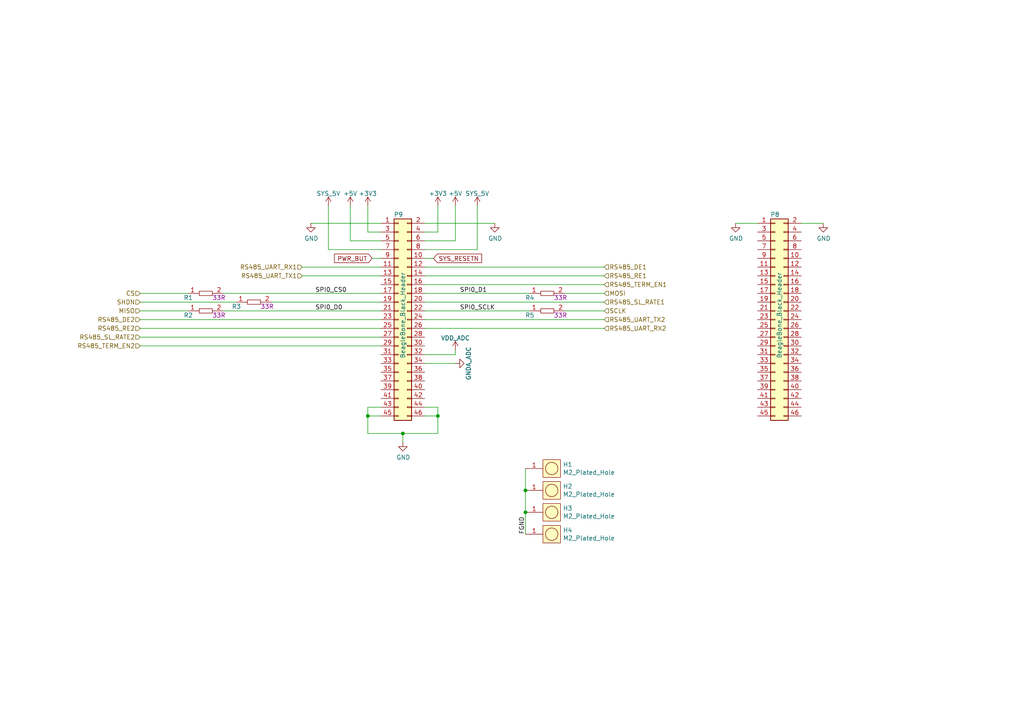
<source format=kicad_sch>
(kicad_sch (version 20231120) (generator "eeschema") (generator_version "8.0")
  (paper "A4")
  (lib_symbols
    (symbol "AVR-KiCAD-Lib-Holes_Fasteners:M2_Plated_Hole" (pin_names (offset 1.016))
      (property "Reference" "H" (at -2.54 2.54 0))
      (property "Value" "M2_Plated_Hole" (at 1.27 5.08 0))
      (symbol "M2_Plated_Hole_0_0"
        (rectangle (start 0 2.54) (end 5.08 -2.54) (fill (type background)))
        (circle (center 2.54 0) (radius 1.8034))
      )
      (symbol "M2_Plated_Hole_1_1"
        (pin passive line (at -5.08 0 0) (length 5.08) (name "~") (number "1"))
      )
    )
    (symbol "AVR-KiCAD-Lib-Resistors:RC0402FR-0733RL" (pin_names (offset 1.016))
      (property "Reference" "R" (at -2.54 2.54 0))
      (property "Value" "RC0402FR-0733RL" (at 1.27 5.08 0))
      (property "_Value_" "33R" (at 58.42 63.5 0))
      (symbol "RC0402FR-0733RL_0_1"
        (rectangle (start -1.905 0.635) (end 1.905 -0.635))
        (polyline (pts (xy -2.54 0) (xy -1.905 0)))
        (polyline (pts (xy -1.905 0) (xy -1.905 0)))
        (polyline (pts (xy 1.905 0) (xy 1.905 0)))
        (polyline (pts (xy 2.54 0) (xy 1.905 0)))
      )
      (symbol "RC0402FR-0733RL_1_1"
        (pin passive line (at -5.08 0 0) (length 2.5146) (name "~") (number "1"))
        (pin passive line (at 5.08 0 180) (length 2.5146) (name "~") (number "2"))
      )
    )
    (symbol "Connector_Generic:Conn_02x23_Odd_Even" (pin_names (offset 1.016) hide)
      (property "Reference" "J" (at 1.27 30.48 0))
      (property "Value" "Conn_02x23_Odd_Even" (at 1.27 -30.48 0))
      (symbol "Conn_02x23_Odd_Even_1_1"
        (rectangle (start -1.27 -27.813) (end 0 -28.067) (stroke (width 0.1524)))
        (rectangle (start -1.27 -25.273) (end 0 -25.527) (stroke (width 0.1524)))
        (rectangle (start -1.27 -22.733) (end 0 -22.987) (stroke (width 0.1524)))
        (rectangle (start -1.27 -20.193) (end 0 -20.447) (stroke (width 0.1524)))
        (rectangle (start -1.27 -17.653) (end 0 -17.907) (stroke (width 0.1524)))
        (rectangle (start -1.27 -15.113) (end 0 -15.367) (stroke (width 0.1524)))
        (rectangle (start -1.27 -12.573) (end 0 -12.827) (stroke (width 0.1524)))
        (rectangle (start -1.27 -10.033) (end 0 -10.287) (stroke (width 0.1524)))
        (rectangle (start -1.27 -7.493) (end 0 -7.747) (stroke (width 0.1524)))
        (rectangle (start -1.27 -4.953) (end 0 -5.207) (stroke (width 0.1524)))
        (rectangle (start -1.27 -2.413) (end 0 -2.667) (stroke (width 0.1524)))
        (rectangle (start -1.27 0.127) (end 0 -0.127) (stroke (width 0.1524)))
        (rectangle (start -1.27 2.667) (end 0 2.413) (stroke (width 0.1524)))
        (rectangle (start -1.27 5.207) (end 0 4.953) (stroke (width 0.1524)))
        (rectangle (start -1.27 7.747) (end 0 7.493) (stroke (width 0.1524)))
        (rectangle (start -1.27 10.287) (end 0 10.033) (stroke (width 0.1524)))
        (rectangle (start -1.27 12.827) (end 0 12.573) (stroke (width 0.1524)))
        (rectangle (start -1.27 15.367) (end 0 15.113) (stroke (width 0.1524)))
        (rectangle (start -1.27 17.907) (end 0 17.653) (stroke (width 0.1524)))
        (rectangle (start -1.27 20.447) (end 0 20.193) (stroke (width 0.1524)))
        (rectangle (start -1.27 22.987) (end 0 22.733) (stroke (width 0.1524)))
        (rectangle (start -1.27 25.527) (end 0 25.273) (stroke (width 0.1524)))
        (rectangle (start -1.27 28.067) (end 0 27.813) (stroke (width 0.1524)))
        (rectangle (start -1.27 29.21) (end 3.81 -29.21) (stroke (width 0.254)) (fill (type background)))
        (rectangle (start 3.81 -27.813) (end 2.54 -28.067) (stroke (width 0.1524)))
        (rectangle (start 3.81 -25.273) (end 2.54 -25.527) (stroke (width 0.1524)))
        (rectangle (start 3.81 -22.733) (end 2.54 -22.987) (stroke (width 0.1524)))
        (rectangle (start 3.81 -20.193) (end 2.54 -20.447) (stroke (width 0.1524)))
        (rectangle (start 3.81 -17.653) (end 2.54 -17.907) (stroke (width 0.1524)))
        (rectangle (start 3.81 -15.113) (end 2.54 -15.367) (stroke (width 0.1524)))
        (rectangle (start 3.81 -12.573) (end 2.54 -12.827) (stroke (width 0.1524)))
        (rectangle (start 3.81 -10.033) (end 2.54 -10.287) (stroke (width 0.1524)))
        (rectangle (start 3.81 -7.493) (end 2.54 -7.747) (stroke (width 0.1524)))
        (rectangle (start 3.81 -4.953) (end 2.54 -5.207) (stroke (width 0.1524)))
        (rectangle (start 3.81 -2.413) (end 2.54 -2.667) (stroke (width 0.1524)))
        (rectangle (start 3.81 0.127) (end 2.54 -0.127) (stroke (width 0.1524)))
        (rectangle (start 3.81 2.667) (end 2.54 2.413) (stroke (width 0.1524)))
        (rectangle (start 3.81 5.207) (end 2.54 4.953) (stroke (width 0.1524)))
        (rectangle (start 3.81 7.747) (end 2.54 7.493) (stroke (width 0.1524)))
        (rectangle (start 3.81 10.287) (end 2.54 10.033) (stroke (width 0.1524)))
        (rectangle (start 3.81 12.827) (end 2.54 12.573) (stroke (width 0.1524)))
        (rectangle (start 3.81 15.367) (end 2.54 15.113) (stroke (width 0.1524)))
        (rectangle (start 3.81 17.907) (end 2.54 17.653) (stroke (width 0.1524)))
        (rectangle (start 3.81 20.447) (end 2.54 20.193) (stroke (width 0.1524)))
        (rectangle (start 3.81 22.987) (end 2.54 22.733) (stroke (width 0.1524)))
        (rectangle (start 3.81 25.527) (end 2.54 25.273) (stroke (width 0.1524)))
        (rectangle (start 3.81 28.067) (end 2.54 27.813) (stroke (width 0.1524)))
        (pin passive line (at -5.08 27.94 0) (length 3.81) (name "Pin_1") (number "1"))
        (pin passive line (at 7.62 17.78 180) (length 3.81) (name "Pin_10") (number "10"))
        (pin passive line (at -5.08 15.24 0) (length 3.81) (name "Pin_11") (number "11"))
        (pin passive line (at 7.62 15.24 180) (length 3.81) (name "Pin_12") (number "12"))
        (pin passive line (at -5.08 12.7 0) (length 3.81) (name "Pin_13") (number "13"))
        (pin passive line (at 7.62 12.7 180) (length 3.81) (name "Pin_14") (number "14"))
        (pin passive line (at -5.08 10.16 0) (length 3.81) (name "Pin_15") (number "15"))
        (pin passive line (at 7.62 10.16 180) (length 3.81) (name "Pin_16") (number "16"))
        (pin passive line (at -5.08 7.62 0) (length 3.81) (name "Pin_17") (number "17"))
        (pin passive line (at 7.62 7.62 180) (length 3.81) (name "Pin_18") (number "18"))
        (pin passive line (at -5.08 5.08 0) (length 3.81) (name "Pin_19") (number "19"))
        (pin passive line (at 7.62 27.94 180) (length 3.81) (name "Pin_2") (number "2"))
        (pin passive line (at 7.62 5.08 180) (length 3.81) (name "Pin_20") (number "20"))
        (pin passive line (at -5.08 2.54 0) (length 3.81) (name "Pin_21") (number "21"))
        (pin passive line (at 7.62 2.54 180) (length 3.81) (name "Pin_22") (number "22"))
        (pin passive line (at -5.08 0 0) (length 3.81) (name "Pin_23") (number "23"))
        (pin passive line (at 7.62 0 180) (length 3.81) (name "Pin_24") (number "24"))
        (pin passive line (at -5.08 -2.54 0) (length 3.81) (name "Pin_25") (number "25"))
        (pin passive line (at 7.62 -2.54 180) (length 3.81) (name "Pin_26") (number "26"))
        (pin passive line (at -5.08 -5.08 0) (length 3.81) (name "Pin_27") (number "27"))
        (pin passive line (at 7.62 -5.08 180) (length 3.81) (name "Pin_28") (number "28"))
        (pin passive line (at -5.08 -7.62 0) (length 3.81) (name "Pin_29") (number "29"))
        (pin passive line (at -5.08 25.4 0) (length 3.81) (name "Pin_3") (number "3"))
        (pin passive line (at 7.62 -7.62 180) (length 3.81) (name "Pin_30") (number "30"))
        (pin passive line (at -5.08 -10.16 0) (length 3.81) (name "Pin_31") (number "31"))
        (pin passive line (at 7.62 -10.16 180) (length 3.81) (name "Pin_32") (number "32"))
        (pin passive line (at -5.08 -12.7 0) (length 3.81) (name "Pin_33") (number "33"))
        (pin passive line (at 7.62 -12.7 180) (length 3.81) (name "Pin_34") (number "34"))
        (pin passive line (at -5.08 -15.24 0) (length 3.81) (name "Pin_35") (number "35"))
        (pin passive line (at 7.62 -15.24 180) (length 3.81) (name "Pin_36") (number "36"))
        (pin passive line (at -5.08 -17.78 0) (length 3.81) (name "Pin_37") (number "37"))
        (pin passive line (at 7.62 -17.78 180) (length 3.81) (name "Pin_38") (number "38"))
        (pin passive line (at -5.08 -20.32 0) (length 3.81) (name "Pin_39") (number "39"))
        (pin passive line (at 7.62 25.4 180) (length 3.81) (name "Pin_4") (number "4"))
        (pin passive line (at 7.62 -20.32 180) (length 3.81) (name "Pin_40") (number "40"))
        (pin passive line (at -5.08 -22.86 0) (length 3.81) (name "Pin_41") (number "41"))
        (pin passive line (at 7.62 -22.86 180) (length 3.81) (name "Pin_42") (number "42"))
        (pin passive line (at -5.08 -25.4 0) (length 3.81) (name "Pin_43") (number "43"))
        (pin passive line (at 7.62 -25.4 180) (length 3.81) (name "Pin_44") (number "44"))
        (pin passive line (at -5.08 -27.94 0) (length 3.81) (name "Pin_45") (number "45"))
        (pin passive line (at 7.62 -27.94 180) (length 3.81) (name "Pin_46") (number "46"))
        (pin passive line (at -5.08 22.86 0) (length 3.81) (name "Pin_5") (number "5"))
        (pin passive line (at 7.62 22.86 180) (length 3.81) (name "Pin_6") (number "6"))
        (pin passive line (at -5.08 20.32 0) (length 3.81) (name "Pin_7") (number "7"))
        (pin passive line (at 7.62 20.32 180) (length 3.81) (name "Pin_8") (number "8"))
        (pin passive line (at -5.08 17.78 0) (length 3.81) (name "Pin_9") (number "9"))
      )
    )
    (symbol "agricoltura-madre-cape-rescue:+3.3V-power" (power) (pin_names (offset 0))
      (property "Value" "power_+3.3V" (at 0 3.556 0))
      (symbol "+3.3V-power_0_1"
        (polyline (pts (xy -0.762 1.27) (xy 0 2.54)))
        (polyline (pts (xy 0 0) (xy 0 2.54)))
        (polyline (pts (xy 0 2.54) (xy 0.762 1.27)))
      )
      (symbol "+3.3V-power_1_1"
        (pin power_in line (at 0 0 90) (length 0) hide (name "+3V3") (number "1"))
      )
    )
    (symbol "agricoltura-madre-cape-rescue:+5V-power" (power) (pin_names (offset 0))
      (property "Value" "power_+5V" (at 0 3.556 0))
      (symbol "+5V-power_0_1"
        (polyline (pts (xy -0.762 1.27) (xy 0 2.54)))
        (polyline (pts (xy 0 0) (xy 0 2.54)))
        (polyline (pts (xy 0 2.54) (xy 0.762 1.27)))
      )
      (symbol "+5V-power_1_1"
        (pin power_in line (at 0 0 90) (length 0) hide (name "+5V") (number "1"))
      )
    )
    (symbol "agricoltura-madre-cape-rescue:GND-power" (power) (pin_names (offset 0))
      (property "Value" "power_GND" (at 0 -3.81 0))
      (symbol "GND-power_0_1"
        (polyline (pts (xy 0 0) (xy 0 -1.27) (xy 1.27 -1.27) (xy 0 -2.54) (xy -1.27 -1.27) (xy 0 -1.27)))
      )
      (symbol "GND-power_1_1"
        (pin power_in line (at 0 0 270) (length 0) hide (name "GND") (number "1"))
      )
    )
    (symbol "pwr_BeagleBone:GNDA_ADC" (power) (pin_names (offset 0))
      (property "Value" "GNDA_ADC" (at 0 -3.81 0))
      (symbol "GNDA_ADC_0_1"
        (polyline (pts (xy 0 0) (xy 0 -1.27) (xy 1.27 -1.27) (xy 0 -2.54) (xy -1.27 -1.27) (xy 0 -1.27)))
      )
      (symbol "GNDA_ADC_1_1"
        (pin power_in line (at 0 0 270) (length 0) hide (name "GNDA_ADC") (number "1"))
      )
    )
    (symbol "pwr_BeagleBone:SYS_5V" (power) (pin_names (offset 0))
      (property "Value" "SYS_5V" (at 0 3.556 0))
      (symbol "SYS_5V_0_1"
        (polyline (pts (xy -0.762 1.27) (xy 0 2.54)))
        (polyline (pts (xy 0 0) (xy 0 2.54)))
        (polyline (pts (xy 0 2.54) (xy 0.762 1.27)))
      )
      (symbol "SYS_5V_1_1"
        (pin power_in line (at 0 0 90) (length 0) hide (name "SYS_5V") (number "1"))
      )
    )
    (symbol "pwr_BeagleBone:VDD_ADC" (power) (pin_names (offset 0))
      (property "Value" "VDD_ADC" (at 0 3.556 0))
      (symbol "VDD_ADC_0_1"
        (polyline (pts (xy -0.762 1.27) (xy 0 2.54)))
        (polyline (pts (xy 0 0) (xy 0 2.54)))
        (polyline (pts (xy 0 2.54) (xy 0.762 1.27)))
      )
      (symbol "VDD_ADC_1_1"
        (pin power_in line (at 0 0 90) (length 0) hide (name "VDD_ADC") (number "1"))
      )
    )
  )
  (junction (at 127 120.65))
  (junction (at 106.68 120.65))
  (junction (at 116.84 125.73))
  (junction (at 152.4 148.59))
  (junction (at 152.4 142.24))
  (wire (pts (xy 232.41 64.77) (xy 238.76 64.77)))
  (wire (pts (xy 110.49 85.09) (xy 64.77 85.09)))
  (wire (pts (xy 152.4 135.89) (xy 152.4 142.24)))
  (wire (pts (xy 123.19 118.11) (xy 127 118.11)))
  (wire (pts (xy 127 67.31) (xy 127 59.69)))
  (wire (pts (xy 123.19 69.85) (xy 132.08 69.85)))
  (wire (pts (xy 175.26 80.01) (xy 123.19 80.01)))
  (wire (pts (xy 40.64 95.25) (xy 110.49 95.25)))
  (wire (pts (xy 116.84 128.27) (xy 116.84 125.73)))
  (wire (pts (xy 127 120.65) (xy 127 125.73)))
  (wire (pts (xy 138.43 72.39) (xy 123.19 72.39)))
  (wire (pts (xy 78.74 87.63) (xy 110.49 87.63)))
  (wire (pts (xy 175.26 92.71) (xy 123.19 92.71)))
  (wire (pts (xy 175.26 87.63) (xy 123.19 87.63)))
  (wire (pts (xy 68.58 87.63) (xy 40.64 87.63)))
  (wire (pts (xy 132.08 102.87) (xy 132.08 101.6)))
  (wire (pts (xy 127 118.11) (xy 127 120.65)))
  (wire (pts (xy 123.19 64.77) (xy 143.51 64.77)))
  (wire (pts (xy 138.43 59.69) (xy 138.43 72.39)))
  (wire (pts (xy 127 125.73) (xy 116.84 125.73)))
  (wire (pts (xy 175.26 95.25) (xy 123.19 95.25)))
  (wire (pts (xy 106.68 67.31) (xy 106.68 59.69)))
  (wire (pts (xy 110.49 120.65) (xy 106.68 120.65)))
  (wire (pts (xy 152.4 142.24) (xy 152.4 148.59)))
  (wire (pts (xy 106.68 118.11) (xy 110.49 118.11)))
  (wire (pts (xy 123.19 120.65) (xy 127 120.65)))
  (wire (pts (xy 106.68 120.65) (xy 106.68 118.11)))
  (wire (pts (xy 87.63 80.01) (xy 110.49 80.01)))
  (wire (pts (xy 110.49 90.17) (xy 64.77 90.17)))
  (wire (pts (xy 110.49 74.93) (xy 107.95 74.93)))
  (wire (pts (xy 110.49 67.31) (xy 106.68 67.31)))
  (wire (pts (xy 110.49 72.39) (xy 95.25 72.39)))
  (wire (pts (xy 175.26 85.09) (xy 163.83 85.09)))
  (wire (pts (xy 110.49 64.77) (xy 90.17 64.77)))
  (wire (pts (xy 110.49 69.85) (xy 101.6 69.85)))
  (wire (pts (xy 153.67 85.09) (xy 123.19 85.09)))
  (wire (pts (xy 175.26 77.47) (xy 123.19 77.47)))
  (wire (pts (xy 123.19 90.17) (xy 153.67 90.17)))
  (wire (pts (xy 40.64 97.79) (xy 110.49 97.79)))
  (wire (pts (xy 175.26 90.17) (xy 163.83 90.17)))
  (wire (pts (xy 110.49 100.33) (xy 40.64 100.33)))
  (wire (pts (xy 101.6 69.85) (xy 101.6 59.69)))
  (wire (pts (xy 123.19 105.41) (xy 132.08 105.41)))
  (wire (pts (xy 95.25 72.39) (xy 95.25 59.69)))
  (wire (pts (xy 123.19 74.93) (xy 125.73 74.93)))
  (wire (pts (xy 152.4 148.59) (xy 152.4 154.94)))
  (wire (pts (xy 106.68 125.73) (xy 106.68 120.65)))
  (wire (pts (xy 123.19 102.87) (xy 132.08 102.87)))
  (wire (pts (xy 123.19 67.31) (xy 127 67.31)))
  (wire (pts (xy 116.84 125.73) (xy 106.68 125.73)))
  (wire (pts (xy 213.36 64.77) (xy 219.71 64.77)))
  (wire (pts (xy 54.61 85.09) (xy 40.64 85.09)))
  (wire (pts (xy 40.64 90.17) (xy 54.61 90.17)))
  (wire (pts (xy 175.26 82.55) (xy 123.19 82.55)))
  (wire (pts (xy 132.08 69.85) (xy 132.08 59.69)))
  (wire (pts (xy 110.49 77.47) (xy 87.63 77.47)))
  (wire (pts (xy 110.49 92.71) (xy 40.64 92.71)))
  (label "SPI0_D1" (at 133.35 85.09 0))
  (label "FGND" (at 152.4 154.94 90))
  (label "SPI0_SCLK" (at 133.35 90.17 0))
  (label "SPI0_CS0" (at 91.44 85.09 0))
  (label "SPI0_D0" (at 91.44 90.17 0))
  (global_label "SYS_RESETN" (shape input) (at 125.73 74.93 0) (property "Intersheetrefs" "${INTERSHEET_REFS}" (effects (hide yes))))
  (global_label "PWR_BUT" (shape input) (at 107.95 74.93 180) (property "Intersheetrefs" "${INTERSHEET_REFS}" (effects (hide yes))))
  (hierarchical_label "RS485_RE1" (shape input) (at 175.26 80.01 0))
  (hierarchical_label "RS485_UART_TX1" (shape input) (at 87.63 80.01 180))
  (hierarchical_label "RS485_UART_RX2" (shape input) (at 175.26 95.25 0))
  (hierarchical_label "RS485_DE1" (shape input) (at 175.26 77.47 0))
  (hierarchical_label "RS485_UART_TX2" (shape input) (at 175.26 92.71 0))
  (hierarchical_label "SHDN" (shape input) (at 40.64 87.63 180))
  (hierarchical_label "RS485_DE2" (shape input) (at 40.64 92.71 180))
  (hierarchical_label "RS485_TERM_EN2" (shape input) (at 40.64 100.33 180))
  (hierarchical_label "MOSI" (shape input) (at 175.26 85.09 0))
  (hierarchical_label "RS485_UART_RX1" (shape input) (at 87.63 77.47 180))
  (hierarchical_label "SCLK" (shape input) (at 175.26 90.17 0))
  (hierarchical_label "RS485_SL_RATE2" (shape input) (at 40.64 97.79 180))
  (hierarchical_label "CS" (shape input) (at 40.64 85.09 180))
  (hierarchical_label "RS485_SL_RATE1" (shape input) (at 175.26 87.63 0))
  (hierarchical_label "RS485_TERM_EN1" (shape input) (at 175.26 82.55 0))
  (hierarchical_label "MISO" (shape input) (at 40.64 90.17 180))
  (hierarchical_label "RS485_RE2" (shape input) (at 40.64 95.25 180))
  (symbol (lib_id "agricoltura-madre-cape-rescue:+3.3V-power") (at 127 59.69 0) (unit 1)
    (property "Reference" "#PWR06" (effects (hide yes)))
    (property "Value" "+3V3" (at 127 56.134 0))
  )
  (symbol (lib_id "agricoltura-madre-cape-rescue:+5V-power") (at 132.08 59.69 0) (unit 1)
    (property "Reference" "#PWR07" (effects (hide yes)))
    (property "Value" "+5V" (at 132.08 56.134 0))
  )
  (symbol (lib_id "agricoltura-madre-cape-rescue:+3.3V-power") (at 106.68 59.69 0) (unit 1)
    (property "Reference" "#PWR04" (effects (hide yes)))
    (property "Value" "+3V3" (at 106.68 56.134 0))
  )
  (symbol (lib_id "agricoltura-madre-cape-rescue:+5V-power") (at 101.6 59.69 0) (unit 1)
    (property "Reference" "#PWR03" (effects (hide yes)))
    (property "Value" "+5V" (at 101.6 56.134 0))
  )
  (symbol (lib_id "pwr_BeagleBone:SYS_5V") (at 138.43 59.69 0) (unit 1)
    (property "Reference" "#PWR010" (effects (hide yes)))
    (property "Value" "SYS_5V" (at 138.43 56.134 0))
  )
  (symbol (lib_id "pwr_BeagleBone:SYS_5V") (at 95.25 59.69 0) (unit 1)
    (property "Reference" "#PWR02" (effects (hide yes)))
    (property "Value" "SYS_5V" (at 95.25 56.134 0))
  )
  (symbol (lib_id "pwr_BeagleBone:VDD_ADC") (at 132.08 101.6 0) (unit 1)
    (property "Reference" "#PWR08" (effects (hide yes)))
    (property "Value" "VDD_ADC" (at 132.08 98.044 0))
  )
  (symbol (lib_id "pwr_BeagleBone:GNDA_ADC") (at 132.08 105.41 90) (unit 1)
    (property "Reference" "#PWR09" (effects (hide yes)))
    (property "Value" "GNDA_ADC" (at 135.89 105.41 0))
  )
  (symbol (lib_id "Connector_Generic:Conn_02x23_Odd_Even") (at 115.57 92.71 0) (unit 1)
    (property "Reference" "P9" (at 115.57 62.23 0))
    (property "Value" "BeagleBone_Black_Header" (at 116.84 91.44 90))
    (property "Footprint" "Socket_BeagleBone_Black:Socket_BeagleBone_Black" (effects (hide yes)))
  )
  (symbol (lib_id "Connector_Generic:Conn_02x23_Odd_Even") (at 224.79 92.71 0) (unit 1)
    (property "Reference" "P8" (at 224.79 62.23 0))
    (property "Value" "BeagleBone_Black_Header" (at 226.06 91.44 90))
    (property "Footprint" "Socket_BeagleBone_Black:Socket_BeagleBone_Black" (effects (hide yes)))
  )
  (symbol (lib_id "agricoltura-madre-cape-rescue:GND-power") (at 90.17 64.77 0) (unit 1)
    (property "Reference" "#PWR01" (effects (hide yes)))
    (property "Value" "GND" (at 90.297 69.1642 0))
  )
  (symbol (lib_id "agricoltura-madre-cape-rescue:GND-power") (at 143.51 64.77 0) (unit 1)
    (property "Reference" "#PWR011" (effects (hide yes)))
    (property "Value" "GND" (at 143.637 69.1642 0))
  )
  (symbol (lib_id "agricoltura-madre-cape-rescue:GND-power") (at 213.36 64.77 0) (unit 1)
    (property "Reference" "#PWR012" (effects (hide yes)))
    (property "Value" "GND" (at 213.487 69.1642 0))
  )
  (symbol (lib_id "agricoltura-madre-cape-rescue:GND-power") (at 238.76 64.77 0) (unit 1)
    (property "Reference" "#PWR013" (effects (hide yes)))
    (property "Value" "GND" (at 238.887 69.1642 0))
  )
  (symbol (lib_id "AVR-KiCAD-Lib-Resistors:RC0402FR-0733RL") (at 59.69 90.17 0) (unit 1)
    (property "Reference" "R2" (at 54.61 91.44 0))
    (property "Value" "RC0402FR-0733RL" (effects (hide yes)))
    (property "Footprint" "AVR-KiCAD-Lib-Resistors:R0402" (effects (hide yes)))
    (property "Datasheet" "https://www.yageo.com/upload/media/product/productsearch/datasheet/rchip/PYu-RC_Group_51_RoHS_L_10.pdf" (effects (hide yes)))
    (property "Cost QTY: 1" "0.10000" (effects (hide yes)))
    (property "Cost QTY: 1000" "0.00289" (effects (hide yes)))
    (property "Cost QTY: 2500" "0.00251" (effects (hide yes)))
    (property "Cost QTY: 5000" "0.00207" (effects (hide yes)))
    (property "Cost QTY: 10000" "0.00163" (effects (hide yes)))
    (property "MFR" "Yageo" (effects (hide yes)))
    (property "MFR#" "RC0402FR-0733RL" (effects (hide yes)))
    (property "Vendor" "Digikey" (effects (hide yes)))
    (property "Vendor #" "311-33.0LRCT-ND" (effects (hide yes)))
    (property "Designer" "AVR" (effects (hide yes)))
    (property "Height" "0.4mm" (effects (hide yes)))
    (property "Date Created" "7/7/2020" (effects (hide yes)))
    (property "Date Modified" "7/7/2020" (effects (hide yes)))
    (property "Lead-Free ?" "Yes" (effects (hide yes)))
    (property "RoHS Levels" "1" (effects (hide yes)))
    (property "Mounting" "SMT" (effects (hide yes)))
    (property "Pin Count #" "2" (effects (hide yes)))
    (property "Status" "Active" (effects (hide yes)))
    (property "Tolerance" "1%" (effects (hide yes)))
    (property "Type" "Thick Film Resistor" (effects (hide yes)))
    (property "Voltage" "*" (effects (hide yes)))
    (property "Package" "0402" (effects (hide yes)))
    (property "_Value_" "33R" (at 63.5 91.44 0))
    (property "Management_ID" "*" (effects (hide yes)))
    (property "Description" "33 Ohms ±1% 0.063W, 1/16W Chip Resistor 0402 (1005 Metric) Moisture Resistant Thick Film" (effects (hide yes)))
  )
  (symbol (lib_id "agricoltura-madre-cape-rescue:GND-power") (at 116.84 128.27 0) (unit 1)
    (property "Reference" "#PWR05" (effects (hide yes)))
    (property "Value" "GND" (at 116.967 132.6642 0))
  )
  (symbol (lib_id "AVR-KiCAD-Lib-Resistors:RC0402FR-0733RL") (at 158.75 90.17 0) (unit 1)
    (property "Reference" "R5" (at 153.67 91.44 0))
    (property "Value" "RC0402FR-0733RL" (effects (hide yes)))
    (property "Footprint" "AVR-KiCAD-Lib-Resistors:R0402" (effects (hide yes)))
    (property "Datasheet" "https://www.yageo.com/upload/media/product/productsearch/datasheet/rchip/PYu-RC_Group_51_RoHS_L_10.pdf" (effects (hide yes)))
    (property "Cost QTY: 1" "0.10000" (effects (hide yes)))
    (property "Cost QTY: 1000" "0.00289" (effects (hide yes)))
    (property "Cost QTY: 2500" "0.00251" (effects (hide yes)))
    (property "Cost QTY: 5000" "0.00207" (effects (hide yes)))
    (property "Cost QTY: 10000" "0.00163" (effects (hide yes)))
    (property "MFR" "Yageo" (effects (hide yes)))
    (property "MFR#" "RC0402FR-0733RL" (effects (hide yes)))
    (property "Vendor" "Digikey" (effects (hide yes)))
    (property "Vendor #" "311-33.0LRCT-ND" (effects (hide yes)))
    (property "Designer" "AVR" (effects (hide yes)))
    (property "Height" "0.4mm" (effects (hide yes)))
    (property "Date Created" "7/7/2020" (effects (hide yes)))
    (property "Date Modified" "7/7/2020" (effects (hide yes)))
    (property "Lead-Free ?" "Yes" (effects (hide yes)))
    (property "RoHS Levels" "1" (effects (hide yes)))
    (property "Mounting" "SMT" (effects (hide yes)))
    (property "Pin Count #" "2" (effects (hide yes)))
    (property "Status" "Active" (effects (hide yes)))
    (property "Tolerance" "1%" (effects (hide yes)))
    (property "Type" "Thick Film Resistor" (effects (hide yes)))
    (property "Voltage" "*" (effects (hide yes)))
    (property "Package" "0402" (effects (hide yes)))
    (property "_Value_" "33R" (at 162.56 91.44 0))
    (property "Management_ID" "*" (effects (hide yes)))
    (property "Description" "33 Ohms ±1% 0.063W, 1/16W Chip Resistor 0402 (1005 Metric) Moisture Resistant Thick Film" (effects (hide yes)))
  )
  (symbol (lib_id "AVR-KiCAD-Lib-Resistors:RC0402FR-0733RL") (at 158.75 85.09 0) (unit 1)
    (property "Reference" "R4" (at 153.67 86.36 0))
    (property "Value" "RC0402FR-0733RL" (effects (hide yes)))
    (property "Footprint" "AVR-KiCAD-Lib-Resistors:R0402" (effects (hide yes)))
    (property "Datasheet" "https://www.yageo.com/upload/media/product/productsearch/datasheet/rchip/PYu-RC_Group_51_RoHS_L_10.pdf" (effects (hide yes)))
    (property "Cost QTY: 1" "0.10000" (effects (hide yes)))
    (property "Cost QTY: 1000" "0.00289" (effects (hide yes)))
    (property "Cost QTY: 2500" "0.00251" (effects (hide yes)))
    (property "Cost QTY: 5000" "0.00207" (effects (hide yes)))
    (property "Cost QTY: 10000" "0.00163" (effects (hide yes)))
    (property "MFR" "Yageo" (effects (hide yes)))
    (property "MFR#" "RC0402FR-0733RL" (effects (hide yes)))
    (property "Vendor" "Digikey" (effects (hide yes)))
    (property "Vendor #" "311-33.0LRCT-ND" (effects (hide yes)))
    (property "Designer" "AVR" (effects (hide yes)))
    (property "Height" "0.4mm" (effects (hide yes)))
    (property "Date Created" "7/7/2020" (effects (hide yes)))
    (property "Date Modified" "7/7/2020" (effects (hide yes)))
    (property "Lead-Free ?" "Yes" (effects (hide yes)))
    (property "RoHS Levels" "1" (effects (hide yes)))
    (property "Mounting" "SMT" (effects (hide yes)))
    (property "Pin Count #" "2" (effects (hide yes)))
    (property "Status" "Active" (effects (hide yes)))
    (property "Tolerance" "1%" (effects (hide yes)))
    (property "Type" "Thick Film Resistor" (effects (hide yes)))
    (property "Voltage" "*" (effects (hide yes)))
    (property "Package" "0402" (effects (hide yes)))
    (property "_Value_" "33R" (at 162.56 86.36 0))
    (property "Management_ID" "*" (effects (hide yes)))
    (property "Description" "33 Ohms ±1% 0.063W, 1/16W Chip Resistor 0402 (1005 Metric) Moisture Resistant Thick Film" (effects (hide yes)))
  )
  (symbol (lib_id "AVR-KiCAD-Lib-Resistors:RC0402FR-0733RL") (at 59.69 85.09 0) (unit 1)
    (property "Reference" "R1" (at 54.61 86.36 0))
    (property "Value" "RC0402FR-0733RL" (effects (hide yes)))
    (property "Footprint" "AVR-KiCAD-Lib-Resistors:R0402" (effects (hide yes)))
    (property "Datasheet" "https://www.yageo.com/upload/media/product/productsearch/datasheet/rchip/PYu-RC_Group_51_RoHS_L_10.pdf" (effects (hide yes)))
    (property "Cost QTY: 1" "0.10000" (effects (hide yes)))
    (property "Cost QTY: 1000" "0.00289" (effects (hide yes)))
    (property "Cost QTY: 2500" "0.00251" (effects (hide yes)))
    (property "Cost QTY: 5000" "0.00207" (effects (hide yes)))
    (property "Cost QTY: 10000" "0.00163" (effects (hide yes)))
    (property "MFR" "Yageo" (effects (hide yes)))
    (property "MFR#" "RC0402FR-0733RL" (effects (hide yes)))
    (property "Vendor" "Digikey" (effects (hide yes)))
    (property "Vendor #" "311-33.0LRCT-ND" (effects (hide yes)))
    (property "Designer" "AVR" (effects (hide yes)))
    (property "Height" "0.4mm" (effects (hide yes)))
    (property "Date Created" "7/7/2020" (effects (hide yes)))
    (property "Date Modified" "7/7/2020" (effects (hide yes)))
    (property "Lead-Free ?" "Yes" (effects (hide yes)))
    (property "RoHS Levels" "1" (effects (hide yes)))
    (property "Mounting" "SMT" (effects (hide yes)))
    (property "Pin Count #" "2" (effects (hide yes)))
    (property "Status" "Active" (effects (hide yes)))
    (property "Tolerance" "1%" (effects (hide yes)))
    (property "Type" "Thick Film Resistor" (effects (hide yes)))
    (property "Voltage" "*" (effects (hide yes)))
    (property "Package" "0402" (effects (hide yes)))
    (property "_Value_" "33R" (at 63.5 86.36 0))
    (property "Management_ID" "*" (effects (hide yes)))
    (property "Description" "33 Ohms ±1% 0.063W, 1/16W Chip Resistor 0402 (1005 Metric) Moisture Resistant Thick Film" (effects (hide yes)))
  )
  (symbol (lib_id "AVR-KiCAD-Lib-Resistors:RC0402FR-0733RL") (at 73.66 87.63 0) (unit 1)
    (property "Reference" "R3" (at 68.58 88.9 0))
    (property "Value" "RC0402FR-0733RL" (effects (hide yes)))
    (property "Footprint" "AVR-KiCAD-Lib-Resistors:R0402" (effects (hide yes)))
    (property "Datasheet" "https://www.yageo.com/upload/media/product/productsearch/datasheet/rchip/PYu-RC_Group_51_RoHS_L_10.pdf" (effects (hide yes)))
    (property "Cost QTY: 1" "0.10000" (effects (hide yes)))
    (property "Cost QTY: 1000" "0.00289" (effects (hide yes)))
    (property "Cost QTY: 2500" "0.00251" (effects (hide yes)))
    (property "Cost QTY: 5000" "0.00207" (effects (hide yes)))
    (property "Cost QTY: 10000" "0.00163" (effects (hide yes)))
    (property "MFR" "Yageo" (effects (hide yes)))
    (property "MFR#" "RC0402FR-0733RL" (effects (hide yes)))
    (property "Vendor" "Digikey" (effects (hide yes)))
    (property "Vendor #" "311-33.0LRCT-ND" (effects (hide yes)))
    (property "Designer" "AVR" (effects (hide yes)))
    (property "Height" "0.4mm" (effects (hide yes)))
    (property "Date Created" "7/7/2020" (effects (hide yes)))
    (property "Date Modified" "7/7/2020" (effects (hide yes)))
    (property "Lead-Free ?" "Yes" (effects (hide yes)))
    (property "RoHS Levels" "1" (effects (hide yes)))
    (property "Mounting" "SMT" (effects (hide yes)))
    (property "Pin Count #" "2" (effects (hide yes)))
    (property "Status" "Active" (effects (hide yes)))
    (property "Tolerance" "1%" (effects (hide yes)))
    (property "Type" "Thick Film Resistor" (effects (hide yes)))
    (property "Voltage" "*" (effects (hide yes)))
    (property "Package" "0402" (effects (hide yes)))
    (property "_Value_" "33R" (at 77.47 88.9 0))
    (property "Management_ID" "*" (effects (hide yes)))
    (property "Description" "33 Ohms ±1% 0.063W, 1/16W Chip Resistor 0402 (1005 Metric) Moisture Resistant Thick Film" (effects (hide yes)))
  )
  (symbol (lib_id "AVR-KiCAD-Lib-Holes_Fasteners:M2_Plated_Hole") (at 157.48 135.89 0) (unit 1)
    (property "Reference" "H1" (at 163.2712 134.7216 0) (effects (justify left)))
    (property "Value" "M2_Plated_Hole" (at 163.2712 137.033 0) (effects (justify left)))
    (property "Footprint" "AVR-KiCAD-Lib-Holes_Fasteners:M2_HOLE" (effects (hide yes)))
    (property "Cost QTY: 1" "*" (effects (hide yes)))
    (property "Cost QTY: 1000" "*" (effects (hide yes)))
    (property "Cost QTY: 2500" "*" (effects (hide yes)))
    (property "Cost QTY: 5000" "*" (effects (hide yes)))
    (property "Cost QTY: 10000" "*" (effects (hide yes)))
    (property "MFR" "*" (effects (hide yes)))
    (property "MFR#" "*" (effects (hide yes)))
    (property "Vendor" "*" (effects (hide yes)))
    (property "Vendor #" "*" (effects (hide yes)))
    (property "Designer" "*" (effects (hide yes)))
    (property "Height" "*" (effects (hide yes)))
    (property "Date Created" "*" (effects (hide yes)))
    (property "Date Modified" "*" (effects (hide yes)))
    (property "Lead-Free ?" "*" (effects (hide yes)))
    (property "RoHS Levels" "*" (effects (hide yes)))
    (property "Mounting" "*" (effects (hide yes)))
    (property "Pin Count #" "*" (effects (hide yes)))
    (property "Status" "*" (effects (hide yes)))
    (property "Tolerance" "*" (effects (hide yes)))
    (property "Type" "*" (effects (hide yes)))
    (property "Voltage" "*" (effects (hide yes)))
    (property "Package" "*" (effects (hide yes)))
    (property "_Value_" "M2 Hole" (effects (hide yes)))
    (property "Management_ID" "*" (effects (hide yes)))
    (property "Description" "Plated M2 Screw Hole" (effects (hide yes)))
  )
  (symbol (lib_id "AVR-KiCAD-Lib-Holes_Fasteners:M2_Plated_Hole") (at 157.48 142.24 0) (unit 1)
    (property "Reference" "H2" (at 163.2712 141.0716 0) (effects (justify left)))
    (property "Value" "M2_Plated_Hole" (at 163.2712 143.383 0) (effects (justify left)))
    (property "Footprint" "AVR-KiCAD-Lib-Holes_Fasteners:M2_HOLE" (effects (hide yes)))
    (property "Cost QTY: 1" "*" (effects (hide yes)))
    (property "Cost QTY: 1000" "*" (effects (hide yes)))
    (property "Cost QTY: 2500" "*" (effects (hide yes)))
    (property "Cost QTY: 5000" "*" (effects (hide yes)))
    (property "Cost QTY: 10000" "*" (effects (hide yes)))
    (property "MFR" "*" (effects (hide yes)))
    (property "MFR#" "*" (effects (hide yes)))
    (property "Vendor" "*" (effects (hide yes)))
    (property "Vendor #" "*" (effects (hide yes)))
    (property "Designer" "*" (effects (hide yes)))
    (property "Height" "*" (effects (hide yes)))
    (property "Date Created" "*" (effects (hide yes)))
    (property "Date Modified" "*" (effects (hide yes)))
    (property "Lead-Free ?" "*" (effects (hide yes)))
    (property "RoHS Levels" "*" (effects (hide yes)))
    (property "Mounting" "*" (effects (hide yes)))
    (property "Pin Count #" "*" (effects (hide yes)))
    (property "Status" "*" (effects (hide yes)))
    (property "Tolerance" "*" (effects (hide yes)))
    (property "Type" "*" (effects (hide yes)))
    (property "Voltage" "*" (effects (hide yes)))
    (property "Package" "*" (effects (hide yes)))
    (property "_Value_" "M2 Hole" (effects (hide yes)))
    (property "Management_ID" "*" (effects (hide yes)))
    (property "Description" "Plated M2 Screw Hole" (effects (hide yes)))
  )
  (symbol (lib_id "AVR-KiCAD-Lib-Holes_Fasteners:M2_Plated_Hole") (at 157.48 148.59 0) (unit 1)
    (property "Reference" "H3" (at 163.2712 147.4216 0) (effects (justify left)))
    (property "Value" "M2_Plated_Hole" (at 163.2712 149.733 0) (effects (justify left)))
    (property "Footprint" "AVR-KiCAD-Lib-Holes_Fasteners:M2_HOLE" (effects (hide yes)))
    (property "Cost QTY: 1" "*" (effects (hide yes)))
    (property "Cost QTY: 1000" "*" (effects (hide yes)))
    (property "Cost QTY: 2500" "*" (effects (hide yes)))
    (property "Cost QTY: 5000" "*" (effects (hide yes)))
    (property "Cost QTY: 10000" "*" (effects (hide yes)))
    (property "MFR" "*" (effects (hide yes)))
    (property "MFR#" "*" (effects (hide yes)))
    (property "Vendor" "*" (effects (hide yes)))
    (property "Vendor #" "*" (effects (hide yes)))
    (property "Designer" "*" (effects (hide yes)))
    (property "Height" "*" (effects (hide yes)))
    (property "Date Created" "*" (effects (hide yes)))
    (property "Date Modified" "*" (effects (hide yes)))
    (property "Lead-Free ?" "*" (effects (hide yes)))
    (property "RoHS Levels" "*" (effects (hide yes)))
    (property "Mounting" "*" (effects (hide yes)))
    (property "Pin Count #" "*" (effects (hide yes)))
    (property "Status" "*" (effects (hide yes)))
    (property "Tolerance" "*" (effects (hide yes)))
    (property "Type" "*" (effects (hide yes)))
    (property "Voltage" "*" (effects (hide yes)))
    (property "Package" "*" (effects (hide yes)))
    (property "_Value_" "M2 Hole" (effects (hide yes)))
    (property "Management_ID" "*" (effects (hide yes)))
    (property "Description" "Plated M2 Screw Hole" (effects (hide yes)))
  )
  (symbol (lib_id "AVR-KiCAD-Lib-Holes_Fasteners:M2_Plated_Hole") (at 157.48 154.94 0) (unit 1)
    (property "Reference" "H4" (at 163.2712 153.7716 0) (effects (justify left)))
    (property "Value" "M2_Plated_Hole" (at 163.2712 156.083 0) (effects (justify left)))
    (property "Footprint" "AVR-KiCAD-Lib-Holes_Fasteners:M2_HOLE" (effects (hide yes)))
    (property "Cost QTY: 1" "*" (effects (hide yes)))
    (property "Cost QTY: 1000" "*" (effects (hide yes)))
    (property "Cost QTY: 2500" "*" (effects (hide yes)))
    (property "Cost QTY: 5000" "*" (effects (hide yes)))
    (property "Cost QTY: 10000" "*" (effects (hide yes)))
    (property "MFR" "*" (effects (hide yes)))
    (property "MFR#" "*" (effects (hide yes)))
    (property "Vendor" "*" (effects (hide yes)))
    (property "Vendor #" "*" (effects (hide yes)))
    (property "Designer" "*" (effects (hide yes)))
    (property "Height" "*" (effects (hide yes)))
    (property "Date Created" "*" (effects (hide yes)))
    (property "Date Modified" "*" (effects (hide yes)))
    (property "Lead-Free ?" "*" (effects (hide yes)))
    (property "RoHS Levels" "*" (effects (hide yes)))
    (property "Mounting" "*" (effects (hide yes)))
    (property "Pin Count #" "*" (effects (hide yes)))
    (property "Status" "*" (effects (hide yes)))
    (property "Tolerance" "*" (effects (hide yes)))
    (property "Type" "*" (effects (hide yes)))
    (property "Voltage" "*" (effects (hide yes)))
    (property "Package" "*" (effects (hide yes)))
    (property "_Value_" "M2 Hole" (effects (hide yes)))
    (property "Management_ID" "*" (effects (hide yes)))
    (property "Description" "Plated M2 Screw Hole" (effects (hide yes)))
  )
)
</source>
